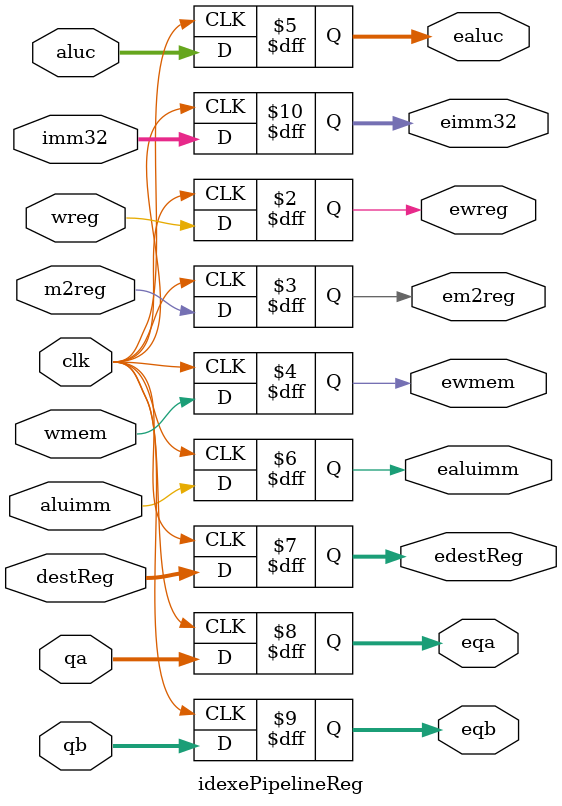
<source format=v>
`timescale 1ns / 1ps


module idexePipelineReg(
    input clk,             // Clock signal
    input wreg,            // Write register enable
    input m2reg,           // Memory to register control
    input wmem,            // Write memory enable
    input [3:0] aluc,      // ALU control signals
    input aluimm,          // ALU immediate select
    input [4:0] destReg,   // Destination register
    input [31:0] qa,       // Register file read data 1
    input [31:0] qb,       // Register file read data 2
    input [31:0] imm32,    // Sign-extended immediate value

    output reg ewreg,      // Pipeline register output: wreg
    output reg em2reg,     // Pipeline register output: m2reg
    output reg ewmem,      // Pipeline register output: wmem
    output reg [3:0] ealuc, // Pipeline register output: aluc
    output reg ealuimm,    // Pipeline register output: aluimm
    output reg [4:0] edestReg, // Pipeline register output: destReg
    output reg [31:0] eqa, // Pipeline register output: qa
    output reg [31:0] eqb, // Pipeline register output: qb
    output reg [31:0] eimm32 // Pipeline register output: imm32
);

    // On the positive edge of the clock, update pipeline registers
    always @(posedge clk) begin
        ewreg <= wreg;
        em2reg <= m2reg;
        ewmem <= wmem;
        ealuc <= aluc;
        ealuimm <= aluimm;
        edestReg <= destReg;
        eqa <= qa;
        eqb <= qb;
        eimm32 <= imm32;
    end

endmodule


</source>
